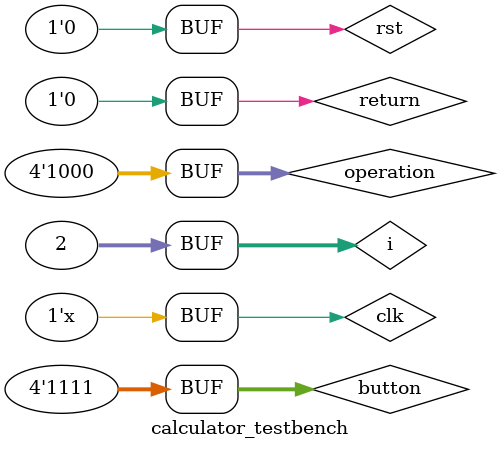
<source format=v>
`timescale 1ns / 1ps
module calculator_testbench;
    reg[3:0] button, operation;
	reg clk, rst, return;
	wire[7:0] finalToDisplay;
	wire[3:0] enable;
	calculator c1(button, operation, return, clk, rst, finalToDisplay, enable);
	integer i;
	initial begin
	   clk = 0;
	   return = 0;
	   button = 0;
	   rst = 1; #4;
	   rst = 0;
	   //1. Setting the number to be 99.99
	   for (i = 0; i < 9; i = i + 1) begin
	           button[0] = 0; button[1] = 0; button[2] = 0; button[3] = 0; #12;
	           button[0] = 1; button[1] = 1; button[2] = 1; button[3] = 1; #12; // pressing buttons simultaneously 
	   end
	   operation = 0; #12; // initial value

	   operation = 4; #12; // 2. multiplication
	   operation = 1; #12; // 3. addition
	   operation = 2; #12; // 4. subtraction
	   operation = 8; #12; // 5. division
	   operation = 0; // set the operation back to 0 (close the switch of division)
	   
	   return = 1; #12; // 6. Display the original numbers
	   // 7. Adjust second number to be 98
	   for (i = 0; i < 9; i = i + 1) begin // pressing the button for the 0th digit 9 times
	        button[0] = 0; #12; 
	        button[0] = 1; #12; 
	   end
	   
	   // setting the return back to 0 to allow displaying of output
	   return = 0;
	   operation = 2; #10; // 8. Subtraction
	   operation = 8; #10; // 9. Division
	   return = 1; #10; // 10. Display original numbers
	   for (i = 0; i < 3; i = i + 1) begin // 11. Adjusting the first number to 32
	       button[3] = 0; button[2] = 0; #12;
	       button[3] = 1; button[2] = 1; #12; 
	   end
	   button[3] = 0; #10; button[3] = 1; #12; 
	   
	   return = 0; 
	   operation = 2; #10; // 12. Subtraction
       operation = 8; #10; // 13. Division
       operation = 4; #10; // 14. Multiplication
       return = 1; #10; // 15. Display the original numbers
       for (i = 0; i < 2; i = i + 1) begin // 16. Adjust the second number to 10
           button[1] = 0; button[0] = 0; #12;
           button[1] = 1; button[0] = 1; #12;
       end
       return = 0;
       operation = 8; #12; // 17. Division
              
	end
	always #1 clk = ~clk;
endmodule

</source>
